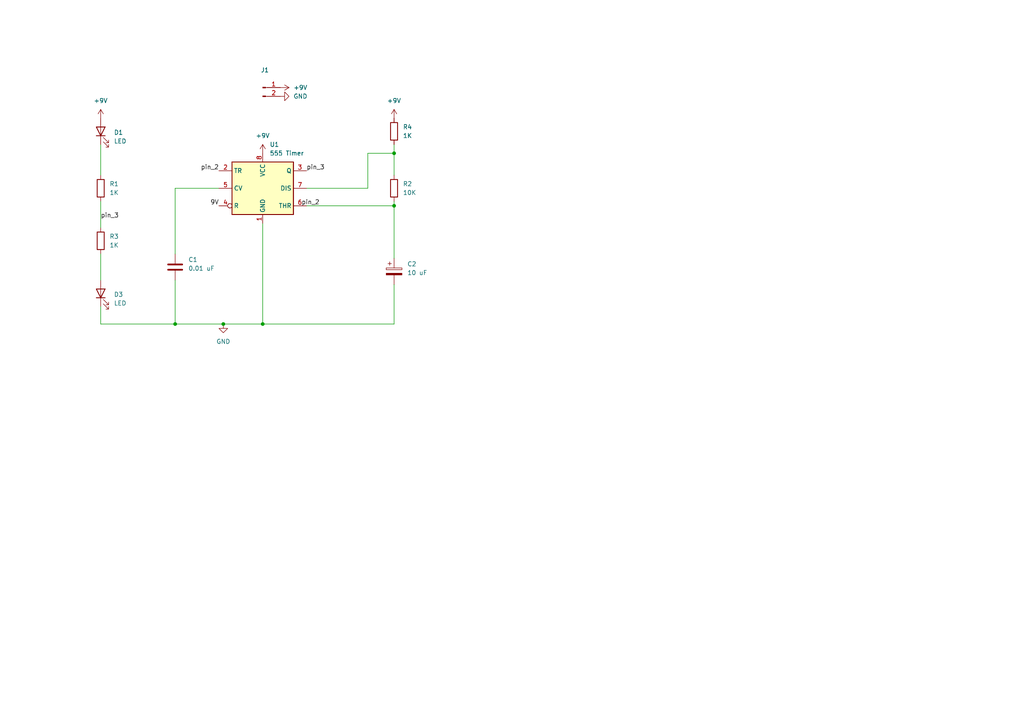
<source format=kicad_sch>
(kicad_sch (version 20211123) (generator eeschema)
  (paper "A4")
  (lib_symbols
    (symbol "Connector:Conn_01x02_Male" (pin_names (offset 1.016) hide)
      (property "Reference" "J" (at 0 2.54 0))
      (property "Value" "Conn_01x02_Male" (at 0 -5.08 0))
      (symbol "Conn_01x02_Male_1_1"
        (polyline (pts (xy 1.27 -2.54) (xy 0.8636 -2.54)) (stroke (width 0.1524)))
        (polyline (pts (xy 1.27 0) (xy 0.8636 0)) (stroke (width 0.1524)))
        (rectangle (start 0.8636 -2.413) (end 0 -2.667) (stroke (width 0.1524)) (fill (type outline)))
        (rectangle (start 0.8636 0.127) (end 0 -0.127) (stroke (width 0.1524)) (fill (type outline)))
        (pin passive line (at 5.08 0 180) (length 3.81) (name "Pin_1") (number "1"))
        (pin passive line (at 5.08 -2.54 180) (length 3.81) (name "Pin_2") (number "2"))
      )
    )
    (symbol "Device:C" (pin_numbers hide) (pin_names (offset 0.254))
      (property "Reference" "C" (at 0.635 2.54 0))
      (property "Value" "C" (at 0.635 -2.54 0))
      (symbol "C_0_1"
        (polyline (pts (xy -2.032 -0.762) (xy 2.032 -0.762)) (stroke (width 0.508)))
        (polyline (pts (xy -2.032 0.762) (xy 2.032 0.762)) (stroke (width 0.508)))
      )
      (symbol "C_1_1"
        (pin passive line (at 0 3.81 270) (length 2.794) (name "~") (number "1"))
        (pin passive line (at 0 -3.81 90) (length 2.794) (name "~") (number "2"))
      )
    )
    (symbol "Device:C_Polarized" (pin_numbers hide) (pin_names (offset 0.254))
      (property "Reference" "C" (at 0.635 2.54 0))
      (property "Value" "C_Polarized" (at 0.635 -2.54 0))
      (symbol "C_Polarized_0_1"
        (rectangle (start -2.286 0.508) (end 2.286 1.016))
        (polyline (pts (xy -1.778 2.286) (xy -0.762 2.286)))
        (polyline (pts (xy -1.27 2.794) (xy -1.27 1.778)))
        (rectangle (start 2.286 -0.508) (end -2.286 -1.016) (fill (type outline)))
      )
      (symbol "C_Polarized_1_1"
        (pin passive line (at 0 3.81 270) (length 2.794) (name "~") (number "1"))
        (pin passive line (at 0 -3.81 90) (length 2.794) (name "~") (number "2"))
      )
    )
    (symbol "Device:LED" (pin_numbers hide) (pin_names (offset 1.016) hide)
      (property "Reference" "D" (at 0 2.54 0))
      (property "Value" "LED" (at 0 -2.54 0))
      (symbol "LED_0_1"
        (polyline (pts (xy -1.27 -1.27) (xy -1.27 1.27)) (stroke (width 0.254)))
        (polyline (pts (xy -1.27 0) (xy 1.27 0)))
        (polyline (pts (xy 1.27 -1.27) (xy 1.27 1.27) (xy -1.27 0) (xy 1.27 -1.27)) (stroke (width 0.254)))
        (polyline (pts (xy -3.048 -0.762) (xy -4.572 -2.286) (xy -3.81 -2.286) (xy -4.572 -2.286) (xy -4.572 -1.524)))
        (polyline (pts (xy -1.778 -0.762) (xy -3.302 -2.286) (xy -2.54 -2.286) (xy -3.302 -2.286) (xy -3.302 -1.524)))
      )
      (symbol "LED_1_1"
        (pin passive line (at -3.81 0 0) (length 2.54) (name "K") (number "1"))
        (pin passive line (at 3.81 0 180) (length 2.54) (name "A") (number "2"))
      )
    )
    (symbol "Device:R" (pin_numbers hide) (pin_names (offset 0))
      (property "Reference" "R" (at 2.032 0 90))
      (property "Value" "R" (at 0 0 90))
      (symbol "R_0_1"
        (rectangle (start -1.016 -2.54) (end 1.016 2.54) (stroke (width 0.254)))
      )
      (symbol "R_1_1"
        (pin passive line (at 0 3.81 270) (length 1.27) (name "~") (number "1"))
        (pin passive line (at 0 -3.81 90) (length 1.27) (name "~") (number "2"))
      )
    )
    (symbol "Timer:NE555D"
      (property "Reference" "U" (at -10.16 8.89 0))
      (property "Value" "NE555D" (at 2.54 8.89 0))
      (symbol "NE555D_0_0"
        (pin power_in line (at 0 -10.16 90) (length 2.54) (name "GND") (number "1"))
        (pin power_in line (at 0 10.16 270) (length 2.54) (name "VCC") (number "8"))
      )
      (symbol "NE555D_0_1"
        (rectangle (start -8.89 -7.62) (end 8.89 7.62) (stroke (width 0.254)) (fill (type background)))
        (rectangle (start -8.89 -7.62) (end 8.89 7.62) (stroke (width 0.254)) (fill (type background)))
      )
      (symbol "NE555D_1_1"
        (pin input line (at -12.7 5.08 0) (length 3.81) (name "TR") (number "2"))
        (pin output line (at 12.7 5.08 180) (length 3.81) (name "Q") (number "3"))
        (pin input inverted (at -12.7 -5.08 0) (length 3.81) (name "R") (number "4"))
        (pin input line (at -12.7 0 0) (length 3.81) (name "CV") (number "5"))
        (pin input line (at 12.7 -5.08 180) (length 3.81) (name "THR") (number "6"))
        (pin input line (at 12.7 0 180) (length 3.81) (name "DIS") (number "7"))
      )
    )
    (symbol "power:+9V" (power) (pin_names (offset 0))
      (property "Value" "+9V" (at 0 3.556 0))
      (symbol "+9V_0_1"
        (polyline (pts (xy -0.762 1.27) (xy 0 2.54)))
        (polyline (pts (xy 0 0) (xy 0 2.54)))
        (polyline (pts (xy 0 2.54) (xy 0.762 1.27)))
      )
      (symbol "+9V_1_1"
        (pin power_in line (at 0 0 90) (length 0) hide (name "+9V") (number "1"))
      )
    )
    (symbol "power:GND" (power) (pin_names (offset 0))
      (property "Value" "GND" (at 0 -3.81 0))
      (symbol "GND_0_1"
        (polyline (pts (xy 0 0) (xy 0 -1.27) (xy 1.27 -1.27) (xy 0 -2.54) (xy -1.27 -1.27) (xy 0 -1.27)))
      )
      (symbol "GND_1_1"
        (pin power_in line (at 0 0 270) (length 0) hide (name "GND") (number "1"))
      )
    )
  )
  (junction (at 64.77 93.98))
  (junction (at 114.3 44.45))
  (junction (at 114.3 59.69))
  (junction (at 76.2 93.98))
  (junction (at 50.8 93.98))
  (wire (pts (xy 88.9 54.61) (xy 106.68 54.61)))
  (wire (pts (xy 29.21 58.42) (xy 29.21 66.04)))
  (wire (pts (xy 114.3 93.98) (xy 114.3 82.55)))
  (wire (pts (xy 76.2 64.77) (xy 76.2 93.98)))
  (wire (pts (xy 76.2 93.98) (xy 114.3 93.98)))
  (wire (pts (xy 106.68 54.61) (xy 106.68 44.45)))
  (wire (pts (xy 88.9 59.69) (xy 114.3 59.69)))
  (wire (pts (xy 29.21 41.91) (xy 29.21 50.8)))
  (wire (pts (xy 114.3 41.91) (xy 114.3 44.45)))
  (wire (pts (xy 114.3 58.42) (xy 114.3 59.69)))
  (wire (pts (xy 29.21 88.9) (xy 29.21 93.98)))
  (wire (pts (xy 50.8 93.98) (xy 64.77 93.98)))
  (wire (pts (xy 29.21 73.66) (xy 29.21 81.28)))
  (wire (pts (xy 114.3 59.69) (xy 114.3 74.93)))
  (wire (pts (xy 29.21 93.98) (xy 50.8 93.98)))
  (wire (pts (xy 64.77 93.98) (xy 76.2 93.98)))
  (wire (pts (xy 50.8 73.66) (xy 50.8 54.61)))
  (wire (pts (xy 106.68 44.45) (xy 114.3 44.45)))
  (wire (pts (xy 114.3 44.45) (xy 114.3 50.8)))
  (wire (pts (xy 50.8 81.28) (xy 50.8 93.98)))
  (wire (pts (xy 50.8 54.61) (xy 63.5 54.61)))
  (label "pin_3" (at 88.9 49.53 0))
  (label "pin_3" (at 29.21 63.5 0))
  (label "pin_2" (at 92.71 59.69 180))
  (label "pin_2" (at 63.5 49.53 180))
  (label "9V" (at 63.5 59.69 180))
  (symbol (lib_id "power:GND") (at 81.28 27.94 90) (unit 1)
    (property "Reference" "#PWR02" (effects hide))
    (property "Value" "GND" (at 85.09 27.9399 90) (effects (justify right)))
  )
  (symbol (lib_id "power:+9V") (at 76.2 44.45 0) (unit 1)
    (property "Reference" "#PWR05" (effects hide))
    (property "Value" "+9V" (at 76.2 39.37 0))
  )
  (symbol (lib_id "Device:C") (at 50.8 77.47 0) (unit 1)
    (property "Reference" "C1" (at 54.61 75.3109 0) (effects (justify left)))
    (property "Value" "0.01 uF" (at 54.61 77.8509 0) (effects (justify left)))
  )
  (symbol (lib_id "Device:LED") (at 29.21 85.09 90) (unit 1)
    (property "Reference" "D3" (at 33.02 85.4074 90) (effects (justify right)))
    (property "Value" "LED" (at 33.02 87.9474 90) (effects (justify right)))
  )
  (symbol (lib_id "Timer:NE555D") (at 76.2 54.61 0) (unit 1)
    (property "Reference" "U1" (at 78.2194 41.91 0) (effects (justify left)))
    (property "Value" "555 Timer" (at 78.2194 44.45 0) (effects (justify left)))
    (property "Footprint" "Package_SO:SOIC-8_3.9x4.9mm_P1.27mm" (effects hide))
    (property "Datasheet" "http://www.ti.com/lit/ds/symlink/ne555.pdf" (effects hide))
  )
  (symbol (lib_id "Device:R") (at 29.21 54.61 0) (unit 1)
    (property "Reference" "R1" (at 31.75 53.3399 0) (effects (justify left)))
    (property "Value" "1K" (at 31.75 55.8799 0) (effects (justify left)))
  )
  (symbol (lib_id "power:+9V") (at 114.3 34.29 0) (unit 1)
    (property "Reference" "#PWR04" (effects hide))
    (property "Value" "+9V" (at 114.3 29.21 0))
  )
  (symbol (lib_id "Device:C_Polarized") (at 114.3 78.74 0) (unit 1)
    (property "Reference" "C2" (at 118.11 76.5809 0) (effects (justify left)))
    (property "Value" "10 uF" (at 118.11 79.1209 0) (effects (justify left)))
  )
  (symbol (lib_id "Device:R") (at 114.3 38.1 0) (unit 1)
    (property "Reference" "R4" (at 116.84 36.8299 0) (effects (justify left)))
    (property "Value" "1K" (at 116.84 39.3699 0) (effects (justify left)))
  )
  (symbol (lib_id "Device:R") (at 114.3 54.61 0) (unit 1)
    (property "Reference" "R2" (at 116.84 53.3399 0) (effects (justify left)))
    (property "Value" "10K" (at 116.84 55.8799 0) (effects (justify left)))
  )
  (symbol (lib_id "Device:LED") (at 29.21 38.1 90) (unit 1)
    (property "Reference" "D1" (at 33.02 38.4174 90) (effects (justify right)))
    (property "Value" "LED" (at 33.02 40.9574 90) (effects (justify right)))
  )
  (symbol (lib_id "power:GND") (at 64.77 93.98 0) (unit 1)
    (property "Reference" "#PWR06" (effects hide))
    (property "Value" "GND" (at 64.77 99.06 0))
  )
  (symbol (lib_id "power:+9V") (at 81.28 25.4 270) (unit 1)
    (property "Reference" "#PWR01" (effects hide))
    (property "Value" "+9V" (at 85.09 25.3999 90) (effects (justify left)))
  )
  (symbol (lib_id "Connector:Conn_01x02_Male") (at 76.2 25.4 0) (unit 1)
    (property "Reference" "J1" (at 76.835 20.32 0))
    (property "Value" " " (at 76.835 22.86 0))
  )
  (symbol (lib_id "Device:R") (at 29.21 69.85 0) (unit 1)
    (property "Reference" "R3" (at 31.75 68.5799 0) (effects (justify left)))
    (property "Value" "1K" (at 31.75 71.1199 0) (effects (justify left)))
  )
  (symbol (lib_id "power:+9V") (at 29.21 34.29 0) (unit 1)
    (property "Reference" "#PWR03" (effects hide))
    (property "Value" "+9V" (at 29.21 29.21 0))
  )
)
</source>
